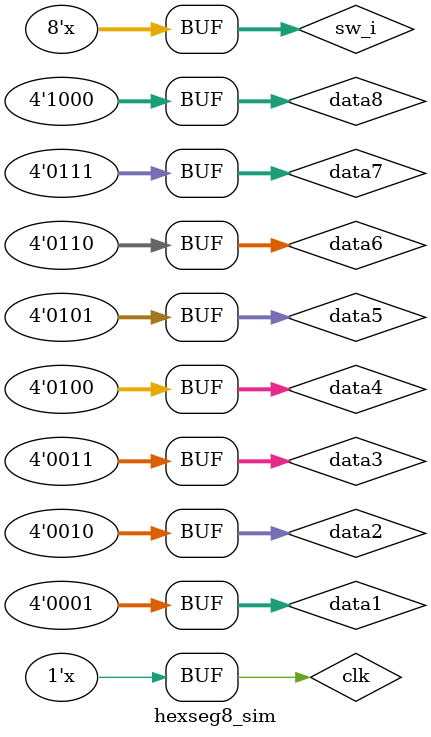
<source format=v>
`timescale 1ns / 1ps


module hexseg8_sim(

    );
    reg clk=0;
    reg [3:0]
        data1,
        data2,
        data3,
        data4,
        data5,
        data6,
        data7,
        data8;
            
//    reg rst_n_i = 0;
    reg [7:0] sw_i = 'b00000000;
    wire [6:0] led_o_l;
    wire [6:0] led_o_r;
    wire [7:0] en;
    wire dot;
    hexseg8 uut_hexseg3_1(
    .clk_i  (clk),
    .data1  (data1),
    .data2  (data2),
    .data3  (data3),
    .data4  (data4),
    .data5  (data5),
    .data6  (data6),
    .data7  (data7),
    .data8  (data8),
    .led_o_l  (led_o_l),
    .led_o_r  (led_o_r),
    .en     (en)
//    .dot    (dot)
    );
    always #1 clk=~clk;
    always #10000000 sw_i = sw_i + 1;
    initial begin
    data1<='b1;
    data2<='d2;
    data3<='d3;
    data4<= 'd4;
    data5<= 'd5;
    data6 <= 'd6;
    data7 <= 'd7;
    data8 <= 'd8;
    
//    #1 rst_n_i <= 1;
    end
    
endmodule

</source>
